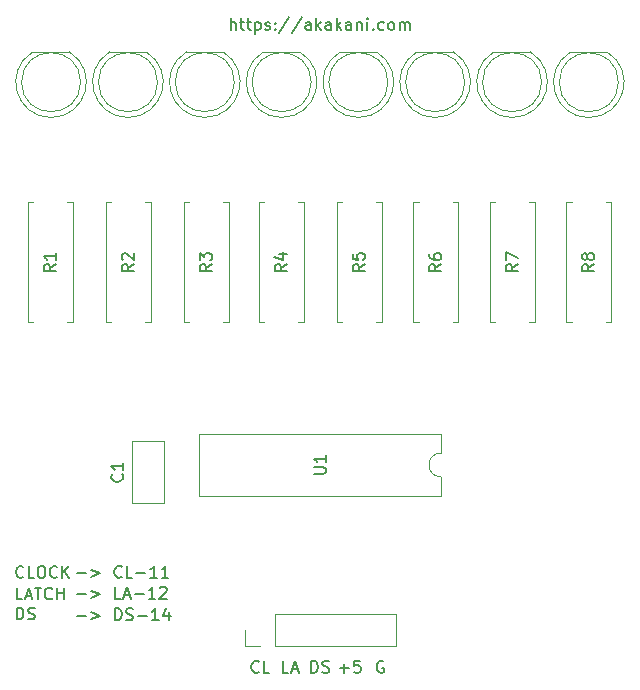
<source format=gbr>
%TF.GenerationSoftware,KiCad,Pcbnew,(6.0.4)*%
%TF.CreationDate,2022-05-01T17:36:18-07:00*%
%TF.ProjectId,Eight LEDBar,45696768-7420-44c4-9544-4261722e6b69,rev?*%
%TF.SameCoordinates,Original*%
%TF.FileFunction,Legend,Top*%
%TF.FilePolarity,Positive*%
%FSLAX46Y46*%
G04 Gerber Fmt 4.6, Leading zero omitted, Abs format (unit mm)*
G04 Created by KiCad (PCBNEW (6.0.4)) date 2022-05-01 17:36:18*
%MOMM*%
%LPD*%
G01*
G04 APERTURE LIST*
%ADD10C,0.153000*%
%ADD11C,0.150000*%
%ADD12C,0.120000*%
G04 APERTURE END LIST*
D10*
X135121904Y-120467380D02*
X135121904Y-119467380D01*
X135360000Y-119467380D01*
X135502857Y-119515000D01*
X135598095Y-119610238D01*
X135645714Y-119705476D01*
X135693333Y-119895952D01*
X135693333Y-120038809D01*
X135645714Y-120229285D01*
X135598095Y-120324523D01*
X135502857Y-120419761D01*
X135360000Y-120467380D01*
X135121904Y-120467380D01*
X136074285Y-120419761D02*
X136217142Y-120467380D01*
X136455238Y-120467380D01*
X136550476Y-120419761D01*
X136598095Y-120372142D01*
X136645714Y-120276904D01*
X136645714Y-120181666D01*
X136598095Y-120086428D01*
X136550476Y-120038809D01*
X136455238Y-119991190D01*
X136264761Y-119943571D01*
X136169523Y-119895952D01*
X136121904Y-119848333D01*
X136074285Y-119753095D01*
X136074285Y-119657857D01*
X136121904Y-119562619D01*
X136169523Y-119515000D01*
X136264761Y-119467380D01*
X136502857Y-119467380D01*
X136645714Y-119515000D01*
D11*
X128318571Y-66042380D02*
X128318571Y-65042380D01*
X128747142Y-66042380D02*
X128747142Y-65518571D01*
X128699523Y-65423333D01*
X128604285Y-65375714D01*
X128461428Y-65375714D01*
X128366190Y-65423333D01*
X128318571Y-65470952D01*
X129080476Y-65375714D02*
X129461428Y-65375714D01*
X129223333Y-65042380D02*
X129223333Y-65899523D01*
X129270952Y-65994761D01*
X129366190Y-66042380D01*
X129461428Y-66042380D01*
X129651904Y-65375714D02*
X130032857Y-65375714D01*
X129794761Y-65042380D02*
X129794761Y-65899523D01*
X129842380Y-65994761D01*
X129937619Y-66042380D01*
X130032857Y-66042380D01*
X130366190Y-65375714D02*
X130366190Y-66375714D01*
X130366190Y-65423333D02*
X130461428Y-65375714D01*
X130651904Y-65375714D01*
X130747142Y-65423333D01*
X130794761Y-65470952D01*
X130842380Y-65566190D01*
X130842380Y-65851904D01*
X130794761Y-65947142D01*
X130747142Y-65994761D01*
X130651904Y-66042380D01*
X130461428Y-66042380D01*
X130366190Y-65994761D01*
X131223333Y-65994761D02*
X131318571Y-66042380D01*
X131509047Y-66042380D01*
X131604285Y-65994761D01*
X131651904Y-65899523D01*
X131651904Y-65851904D01*
X131604285Y-65756666D01*
X131509047Y-65709047D01*
X131366190Y-65709047D01*
X131270952Y-65661428D01*
X131223333Y-65566190D01*
X131223333Y-65518571D01*
X131270952Y-65423333D01*
X131366190Y-65375714D01*
X131509047Y-65375714D01*
X131604285Y-65423333D01*
X132080476Y-65947142D02*
X132128095Y-65994761D01*
X132080476Y-66042380D01*
X132032857Y-65994761D01*
X132080476Y-65947142D01*
X132080476Y-66042380D01*
X132080476Y-65423333D02*
X132128095Y-65470952D01*
X132080476Y-65518571D01*
X132032857Y-65470952D01*
X132080476Y-65423333D01*
X132080476Y-65518571D01*
X133270952Y-64994761D02*
X132413809Y-66280476D01*
X134318571Y-64994761D02*
X133461428Y-66280476D01*
X135080476Y-66042380D02*
X135080476Y-65518571D01*
X135032857Y-65423333D01*
X134937619Y-65375714D01*
X134747142Y-65375714D01*
X134651904Y-65423333D01*
X135080476Y-65994761D02*
X134985238Y-66042380D01*
X134747142Y-66042380D01*
X134651904Y-65994761D01*
X134604285Y-65899523D01*
X134604285Y-65804285D01*
X134651904Y-65709047D01*
X134747142Y-65661428D01*
X134985238Y-65661428D01*
X135080476Y-65613809D01*
X135556666Y-66042380D02*
X135556666Y-65042380D01*
X135651904Y-65661428D02*
X135937619Y-66042380D01*
X135937619Y-65375714D02*
X135556666Y-65756666D01*
X136794761Y-66042380D02*
X136794761Y-65518571D01*
X136747142Y-65423333D01*
X136651904Y-65375714D01*
X136461428Y-65375714D01*
X136366190Y-65423333D01*
X136794761Y-65994761D02*
X136699523Y-66042380D01*
X136461428Y-66042380D01*
X136366190Y-65994761D01*
X136318571Y-65899523D01*
X136318571Y-65804285D01*
X136366190Y-65709047D01*
X136461428Y-65661428D01*
X136699523Y-65661428D01*
X136794761Y-65613809D01*
X137270952Y-66042380D02*
X137270952Y-65042380D01*
X137366190Y-65661428D02*
X137651904Y-66042380D01*
X137651904Y-65375714D02*
X137270952Y-65756666D01*
X138509047Y-66042380D02*
X138509047Y-65518571D01*
X138461428Y-65423333D01*
X138366190Y-65375714D01*
X138175714Y-65375714D01*
X138080476Y-65423333D01*
X138509047Y-65994761D02*
X138413809Y-66042380D01*
X138175714Y-66042380D01*
X138080476Y-65994761D01*
X138032857Y-65899523D01*
X138032857Y-65804285D01*
X138080476Y-65709047D01*
X138175714Y-65661428D01*
X138413809Y-65661428D01*
X138509047Y-65613809D01*
X138985238Y-65375714D02*
X138985238Y-66042380D01*
X138985238Y-65470952D02*
X139032857Y-65423333D01*
X139128095Y-65375714D01*
X139270952Y-65375714D01*
X139366190Y-65423333D01*
X139413809Y-65518571D01*
X139413809Y-66042380D01*
X139890000Y-66042380D02*
X139890000Y-65375714D01*
X139890000Y-65042380D02*
X139842380Y-65090000D01*
X139890000Y-65137619D01*
X139937619Y-65090000D01*
X139890000Y-65042380D01*
X139890000Y-65137619D01*
X140366190Y-65947142D02*
X140413809Y-65994761D01*
X140366190Y-66042380D01*
X140318571Y-65994761D01*
X140366190Y-65947142D01*
X140366190Y-66042380D01*
X141270952Y-65994761D02*
X141175714Y-66042380D01*
X140985238Y-66042380D01*
X140890000Y-65994761D01*
X140842380Y-65947142D01*
X140794761Y-65851904D01*
X140794761Y-65566190D01*
X140842380Y-65470952D01*
X140890000Y-65423333D01*
X140985238Y-65375714D01*
X141175714Y-65375714D01*
X141270952Y-65423333D01*
X141842380Y-66042380D02*
X141747142Y-65994761D01*
X141699523Y-65947142D01*
X141651904Y-65851904D01*
X141651904Y-65566190D01*
X141699523Y-65470952D01*
X141747142Y-65423333D01*
X141842380Y-65375714D01*
X141985238Y-65375714D01*
X142080476Y-65423333D01*
X142128095Y-65470952D01*
X142175714Y-65566190D01*
X142175714Y-65851904D01*
X142128095Y-65947142D01*
X142080476Y-65994761D01*
X141985238Y-66042380D01*
X141842380Y-66042380D01*
X142604285Y-66042380D02*
X142604285Y-65375714D01*
X142604285Y-65470952D02*
X142651904Y-65423333D01*
X142747142Y-65375714D01*
X142890000Y-65375714D01*
X142985238Y-65423333D01*
X143032857Y-65518571D01*
X143032857Y-66042380D01*
X143032857Y-65518571D02*
X143080476Y-65423333D01*
X143175714Y-65375714D01*
X143318571Y-65375714D01*
X143413809Y-65423333D01*
X143461428Y-65518571D01*
X143461428Y-66042380D01*
X110190595Y-115962380D02*
X110190595Y-114962380D01*
X110428690Y-114962380D01*
X110571547Y-115010000D01*
X110666785Y-115105238D01*
X110714404Y-115200476D01*
X110762023Y-115390952D01*
X110762023Y-115533809D01*
X110714404Y-115724285D01*
X110666785Y-115819523D01*
X110571547Y-115914761D01*
X110428690Y-115962380D01*
X110190595Y-115962380D01*
X111142976Y-115914761D02*
X111285833Y-115962380D01*
X111523928Y-115962380D01*
X111619166Y-115914761D01*
X111666785Y-115867142D01*
X111714404Y-115771904D01*
X111714404Y-115676666D01*
X111666785Y-115581428D01*
X111619166Y-115533809D01*
X111523928Y-115486190D01*
X111333452Y-115438571D01*
X111238214Y-115390952D01*
X111190595Y-115343333D01*
X111142976Y-115248095D01*
X111142976Y-115152857D01*
X111190595Y-115057619D01*
X111238214Y-115010000D01*
X111333452Y-114962380D01*
X111571547Y-114962380D01*
X111714404Y-115010000D01*
X115270595Y-113821428D02*
X116032500Y-113821428D01*
X116508690Y-113535714D02*
X117270595Y-113821428D01*
X116508690Y-114107142D01*
X118984880Y-114202380D02*
X118508690Y-114202380D01*
X118508690Y-113202380D01*
X119270595Y-113916666D02*
X119746785Y-113916666D01*
X119175357Y-114202380D02*
X119508690Y-113202380D01*
X119842023Y-114202380D01*
X120175357Y-113821428D02*
X120937261Y-113821428D01*
X121937261Y-114202380D02*
X121365833Y-114202380D01*
X121651547Y-114202380D02*
X121651547Y-113202380D01*
X121556309Y-113345238D01*
X121461071Y-113440476D01*
X121365833Y-113488095D01*
X122318214Y-113297619D02*
X122365833Y-113250000D01*
X122461071Y-113202380D01*
X122699166Y-113202380D01*
X122794404Y-113250000D01*
X122842023Y-113297619D01*
X122889642Y-113392857D01*
X122889642Y-113488095D01*
X122842023Y-113630952D01*
X122270595Y-114202380D01*
X122889642Y-114202380D01*
X130684761Y-120372142D02*
X130637142Y-120419761D01*
X130494285Y-120467380D01*
X130399047Y-120467380D01*
X130256190Y-120419761D01*
X130160952Y-120324523D01*
X130113333Y-120229285D01*
X130065714Y-120038809D01*
X130065714Y-119895952D01*
X130113333Y-119705476D01*
X130160952Y-119610238D01*
X130256190Y-119515000D01*
X130399047Y-119467380D01*
X130494285Y-119467380D01*
X130637142Y-119515000D01*
X130684761Y-119562619D01*
X131589523Y-120467380D02*
X131113333Y-120467380D01*
X131113333Y-119467380D01*
X115270595Y-112041428D02*
X116032500Y-112041428D01*
X116508690Y-111755714D02*
X117270595Y-112041428D01*
X116508690Y-112327142D01*
X119080119Y-112327142D02*
X119032500Y-112374761D01*
X118889642Y-112422380D01*
X118794404Y-112422380D01*
X118651547Y-112374761D01*
X118556309Y-112279523D01*
X118508690Y-112184285D01*
X118461071Y-111993809D01*
X118461071Y-111850952D01*
X118508690Y-111660476D01*
X118556309Y-111565238D01*
X118651547Y-111470000D01*
X118794404Y-111422380D01*
X118889642Y-111422380D01*
X119032500Y-111470000D01*
X119080119Y-111517619D01*
X119984880Y-112422380D02*
X119508690Y-112422380D01*
X119508690Y-111422380D01*
X120318214Y-112041428D02*
X121080119Y-112041428D01*
X122080119Y-112422380D02*
X121508690Y-112422380D01*
X121794404Y-112422380D02*
X121794404Y-111422380D01*
X121699166Y-111565238D01*
X121603928Y-111660476D01*
X121508690Y-111708095D01*
X123032500Y-112422380D02*
X122461071Y-112422380D01*
X122746785Y-112422380D02*
X122746785Y-111422380D01*
X122651547Y-111565238D01*
X122556309Y-111660476D01*
X122461071Y-111708095D01*
X133200952Y-120467380D02*
X132724761Y-120467380D01*
X132724761Y-119467380D01*
X133486666Y-120181666D02*
X133962857Y-120181666D01*
X133391428Y-120467380D02*
X133724761Y-119467380D01*
X134058095Y-120467380D01*
X115270595Y-115641428D02*
X116032500Y-115641428D01*
X116508690Y-115355714D02*
X117270595Y-115641428D01*
X116508690Y-115927142D01*
X118508690Y-116022380D02*
X118508690Y-115022380D01*
X118746785Y-115022380D01*
X118889642Y-115070000D01*
X118984880Y-115165238D01*
X119032500Y-115260476D01*
X119080119Y-115450952D01*
X119080119Y-115593809D01*
X119032500Y-115784285D01*
X118984880Y-115879523D01*
X118889642Y-115974761D01*
X118746785Y-116022380D01*
X118508690Y-116022380D01*
X119461071Y-115974761D02*
X119603928Y-116022380D01*
X119842023Y-116022380D01*
X119937261Y-115974761D01*
X119984880Y-115927142D01*
X120032500Y-115831904D01*
X120032500Y-115736666D01*
X119984880Y-115641428D01*
X119937261Y-115593809D01*
X119842023Y-115546190D01*
X119651547Y-115498571D01*
X119556309Y-115450952D01*
X119508690Y-115403333D01*
X119461071Y-115308095D01*
X119461071Y-115212857D01*
X119508690Y-115117619D01*
X119556309Y-115070000D01*
X119651547Y-115022380D01*
X119889642Y-115022380D01*
X120032500Y-115070000D01*
X120461071Y-115641428D02*
X121222976Y-115641428D01*
X122222976Y-116022380D02*
X121651547Y-116022380D01*
X121937261Y-116022380D02*
X121937261Y-115022380D01*
X121842023Y-115165238D01*
X121746785Y-115260476D01*
X121651547Y-115308095D01*
X123080119Y-115355714D02*
X123080119Y-116022380D01*
X122842023Y-114974761D02*
X122603928Y-115689047D01*
X123222976Y-115689047D01*
X110666785Y-114262380D02*
X110190595Y-114262380D01*
X110190595Y-113262380D01*
X110952500Y-113976666D02*
X111428690Y-113976666D01*
X110857261Y-114262380D02*
X111190595Y-113262380D01*
X111523928Y-114262380D01*
X111714404Y-113262380D02*
X112285833Y-113262380D01*
X112000119Y-114262380D02*
X112000119Y-113262380D01*
X113190595Y-114167142D02*
X113142976Y-114214761D01*
X113000119Y-114262380D01*
X112904880Y-114262380D01*
X112762023Y-114214761D01*
X112666785Y-114119523D01*
X112619166Y-114024285D01*
X112571547Y-113833809D01*
X112571547Y-113690952D01*
X112619166Y-113500476D01*
X112666785Y-113405238D01*
X112762023Y-113310000D01*
X112904880Y-113262380D01*
X113000119Y-113262380D01*
X113142976Y-113310000D01*
X113190595Y-113357619D01*
X113619166Y-114262380D02*
X113619166Y-113262380D01*
X113619166Y-113738571D02*
X114190595Y-113738571D01*
X114190595Y-114262380D02*
X114190595Y-113262380D01*
X141231904Y-119515000D02*
X141136666Y-119467380D01*
X140993809Y-119467380D01*
X140850952Y-119515000D01*
X140755714Y-119610238D01*
X140708095Y-119705476D01*
X140660476Y-119895952D01*
X140660476Y-120038809D01*
X140708095Y-120229285D01*
X140755714Y-120324523D01*
X140850952Y-120419761D01*
X140993809Y-120467380D01*
X141089047Y-120467380D01*
X141231904Y-120419761D01*
X141279523Y-120372142D01*
X141279523Y-120038809D01*
X141089047Y-120038809D01*
X110762023Y-112347142D02*
X110714404Y-112394761D01*
X110571547Y-112442380D01*
X110476309Y-112442380D01*
X110333452Y-112394761D01*
X110238214Y-112299523D01*
X110190595Y-112204285D01*
X110142976Y-112013809D01*
X110142976Y-111870952D01*
X110190595Y-111680476D01*
X110238214Y-111585238D01*
X110333452Y-111490000D01*
X110476309Y-111442380D01*
X110571547Y-111442380D01*
X110714404Y-111490000D01*
X110762023Y-111537619D01*
X111666785Y-112442380D02*
X111190595Y-112442380D01*
X111190595Y-111442380D01*
X112190595Y-111442380D02*
X112381071Y-111442380D01*
X112476309Y-111490000D01*
X112571547Y-111585238D01*
X112619166Y-111775714D01*
X112619166Y-112109047D01*
X112571547Y-112299523D01*
X112476309Y-112394761D01*
X112381071Y-112442380D01*
X112190595Y-112442380D01*
X112095357Y-112394761D01*
X112000119Y-112299523D01*
X111952500Y-112109047D01*
X111952500Y-111775714D01*
X112000119Y-111585238D01*
X112095357Y-111490000D01*
X112190595Y-111442380D01*
X113619166Y-112347142D02*
X113571547Y-112394761D01*
X113428690Y-112442380D01*
X113333452Y-112442380D01*
X113190595Y-112394761D01*
X113095357Y-112299523D01*
X113047738Y-112204285D01*
X113000119Y-112013809D01*
X113000119Y-111870952D01*
X113047738Y-111680476D01*
X113095357Y-111585238D01*
X113190595Y-111490000D01*
X113333452Y-111442380D01*
X113428690Y-111442380D01*
X113571547Y-111490000D01*
X113619166Y-111537619D01*
X114047738Y-112442380D02*
X114047738Y-111442380D01*
X114619166Y-112442380D02*
X114190595Y-111870952D01*
X114619166Y-111442380D02*
X114047738Y-112013809D01*
X137542857Y-120086428D02*
X138304761Y-120086428D01*
X137923809Y-120467380D02*
X137923809Y-119705476D01*
X139257142Y-119467380D02*
X138780952Y-119467380D01*
X138733333Y-119943571D01*
X138780952Y-119895952D01*
X138876190Y-119848333D01*
X139114285Y-119848333D01*
X139209523Y-119895952D01*
X139257142Y-119943571D01*
X139304761Y-120038809D01*
X139304761Y-120276904D01*
X139257142Y-120372142D01*
X139209523Y-120419761D01*
X139114285Y-120467380D01*
X138876190Y-120467380D01*
X138780952Y-120419761D01*
X138733333Y-120372142D01*
%TO.C,C1*%
X119102142Y-103671666D02*
X119149761Y-103719285D01*
X119197380Y-103862142D01*
X119197380Y-103957380D01*
X119149761Y-104100238D01*
X119054523Y-104195476D01*
X118959285Y-104243095D01*
X118768809Y-104290714D01*
X118625952Y-104290714D01*
X118435476Y-104243095D01*
X118340238Y-104195476D01*
X118245000Y-104100238D01*
X118197380Y-103957380D01*
X118197380Y-103862142D01*
X118245000Y-103719285D01*
X118292619Y-103671666D01*
X119197380Y-102719285D02*
X119197380Y-103290714D01*
X119197380Y-103005000D02*
X118197380Y-103005000D01*
X118340238Y-103100238D01*
X118435476Y-103195476D01*
X118483095Y-103290714D01*
%TO.C,R6*%
X146121380Y-85891666D02*
X145645190Y-86225000D01*
X146121380Y-86463095D02*
X145121380Y-86463095D01*
X145121380Y-86082142D01*
X145169000Y-85986904D01*
X145216619Y-85939285D01*
X145311857Y-85891666D01*
X145454714Y-85891666D01*
X145549952Y-85939285D01*
X145597571Y-85986904D01*
X145645190Y-86082142D01*
X145645190Y-86463095D01*
X145121380Y-85034523D02*
X145121380Y-85225000D01*
X145169000Y-85320238D01*
X145216619Y-85367857D01*
X145359476Y-85463095D01*
X145549952Y-85510714D01*
X145930904Y-85510714D01*
X146026142Y-85463095D01*
X146073761Y-85415476D01*
X146121380Y-85320238D01*
X146121380Y-85129761D01*
X146073761Y-85034523D01*
X146026142Y-84986904D01*
X145930904Y-84939285D01*
X145692809Y-84939285D01*
X145597571Y-84986904D01*
X145549952Y-85034523D01*
X145502333Y-85129761D01*
X145502333Y-85320238D01*
X145549952Y-85415476D01*
X145597571Y-85463095D01*
X145692809Y-85510714D01*
%TO.C,R5*%
X139644380Y-85891666D02*
X139168190Y-86225000D01*
X139644380Y-86463095D02*
X138644380Y-86463095D01*
X138644380Y-86082142D01*
X138692000Y-85986904D01*
X138739619Y-85939285D01*
X138834857Y-85891666D01*
X138977714Y-85891666D01*
X139072952Y-85939285D01*
X139120571Y-85986904D01*
X139168190Y-86082142D01*
X139168190Y-86463095D01*
X138644380Y-84986904D02*
X138644380Y-85463095D01*
X139120571Y-85510714D01*
X139072952Y-85463095D01*
X139025333Y-85367857D01*
X139025333Y-85129761D01*
X139072952Y-85034523D01*
X139120571Y-84986904D01*
X139215809Y-84939285D01*
X139453904Y-84939285D01*
X139549142Y-84986904D01*
X139596761Y-85034523D01*
X139644380Y-85129761D01*
X139644380Y-85367857D01*
X139596761Y-85463095D01*
X139549142Y-85510714D01*
%TO.C,R3*%
X126690380Y-85891666D02*
X126214190Y-86225000D01*
X126690380Y-86463095D02*
X125690380Y-86463095D01*
X125690380Y-86082142D01*
X125738000Y-85986904D01*
X125785619Y-85939285D01*
X125880857Y-85891666D01*
X126023714Y-85891666D01*
X126118952Y-85939285D01*
X126166571Y-85986904D01*
X126214190Y-86082142D01*
X126214190Y-86463095D01*
X125690380Y-85558333D02*
X125690380Y-84939285D01*
X126071333Y-85272619D01*
X126071333Y-85129761D01*
X126118952Y-85034523D01*
X126166571Y-84986904D01*
X126261809Y-84939285D01*
X126499904Y-84939285D01*
X126595142Y-84986904D01*
X126642761Y-85034523D01*
X126690380Y-85129761D01*
X126690380Y-85415476D01*
X126642761Y-85510714D01*
X126595142Y-85558333D01*
%TO.C,R1*%
X113482380Y-85891666D02*
X113006190Y-86225000D01*
X113482380Y-86463095D02*
X112482380Y-86463095D01*
X112482380Y-86082142D01*
X112530000Y-85986904D01*
X112577619Y-85939285D01*
X112672857Y-85891666D01*
X112815714Y-85891666D01*
X112910952Y-85939285D01*
X112958571Y-85986904D01*
X113006190Y-86082142D01*
X113006190Y-86463095D01*
X113482380Y-84939285D02*
X113482380Y-85510714D01*
X113482380Y-85225000D02*
X112482380Y-85225000D01*
X112625238Y-85320238D01*
X112720476Y-85415476D01*
X112768095Y-85510714D01*
%TO.C,R7*%
X152598380Y-85891666D02*
X152122190Y-86225000D01*
X152598380Y-86463095D02*
X151598380Y-86463095D01*
X151598380Y-86082142D01*
X151646000Y-85986904D01*
X151693619Y-85939285D01*
X151788857Y-85891666D01*
X151931714Y-85891666D01*
X152026952Y-85939285D01*
X152074571Y-85986904D01*
X152122190Y-86082142D01*
X152122190Y-86463095D01*
X151598380Y-85558333D02*
X151598380Y-84891666D01*
X152598380Y-85320238D01*
%TO.C,U1*%
X135342380Y-103641904D02*
X136151904Y-103641904D01*
X136247142Y-103594285D01*
X136294761Y-103546666D01*
X136342380Y-103451428D01*
X136342380Y-103260952D01*
X136294761Y-103165714D01*
X136247142Y-103118095D01*
X136151904Y-103070476D01*
X135342380Y-103070476D01*
X136342380Y-102070476D02*
X136342380Y-102641904D01*
X136342380Y-102356190D02*
X135342380Y-102356190D01*
X135485238Y-102451428D01*
X135580476Y-102546666D01*
X135628095Y-102641904D01*
%TO.C,R4*%
X133040380Y-85891666D02*
X132564190Y-86225000D01*
X133040380Y-86463095D02*
X132040380Y-86463095D01*
X132040380Y-86082142D01*
X132088000Y-85986904D01*
X132135619Y-85939285D01*
X132230857Y-85891666D01*
X132373714Y-85891666D01*
X132468952Y-85939285D01*
X132516571Y-85986904D01*
X132564190Y-86082142D01*
X132564190Y-86463095D01*
X132373714Y-85034523D02*
X133040380Y-85034523D01*
X131992761Y-85272619D02*
X132707047Y-85510714D01*
X132707047Y-84891666D01*
%TO.C,R8*%
X159075380Y-85891666D02*
X158599190Y-86225000D01*
X159075380Y-86463095D02*
X158075380Y-86463095D01*
X158075380Y-86082142D01*
X158123000Y-85986904D01*
X158170619Y-85939285D01*
X158265857Y-85891666D01*
X158408714Y-85891666D01*
X158503952Y-85939285D01*
X158551571Y-85986904D01*
X158599190Y-86082142D01*
X158599190Y-86463095D01*
X158503952Y-85320238D02*
X158456333Y-85415476D01*
X158408714Y-85463095D01*
X158313476Y-85510714D01*
X158265857Y-85510714D01*
X158170619Y-85463095D01*
X158123000Y-85415476D01*
X158075380Y-85320238D01*
X158075380Y-85129761D01*
X158123000Y-85034523D01*
X158170619Y-84986904D01*
X158265857Y-84939285D01*
X158313476Y-84939285D01*
X158408714Y-84986904D01*
X158456333Y-85034523D01*
X158503952Y-85129761D01*
X158503952Y-85320238D01*
X158551571Y-85415476D01*
X158599190Y-85463095D01*
X158694428Y-85510714D01*
X158884904Y-85510714D01*
X158980142Y-85463095D01*
X159027761Y-85415476D01*
X159075380Y-85320238D01*
X159075380Y-85129761D01*
X159027761Y-85034523D01*
X158980142Y-84986904D01*
X158884904Y-84939285D01*
X158694428Y-84939285D01*
X158599190Y-84986904D01*
X158551571Y-85034523D01*
X158503952Y-85129761D01*
%TO.C,R2*%
X120086380Y-85891666D02*
X119610190Y-86225000D01*
X120086380Y-86463095D02*
X119086380Y-86463095D01*
X119086380Y-86082142D01*
X119134000Y-85986904D01*
X119181619Y-85939285D01*
X119276857Y-85891666D01*
X119419714Y-85891666D01*
X119514952Y-85939285D01*
X119562571Y-85986904D01*
X119610190Y-86082142D01*
X119610190Y-86463095D01*
X119181619Y-85510714D02*
X119134000Y-85463095D01*
X119086380Y-85367857D01*
X119086380Y-85129761D01*
X119134000Y-85034523D01*
X119181619Y-84986904D01*
X119276857Y-84939285D01*
X119372095Y-84939285D01*
X119514952Y-84986904D01*
X120086380Y-85558333D01*
X120086380Y-84939285D01*
D12*
%TO.C,C1*%
X119915000Y-100885000D02*
X119915000Y-106125000D01*
X122655000Y-106125000D02*
X119915000Y-106125000D01*
X122655000Y-100885000D02*
X119915000Y-100885000D01*
X122655000Y-100885000D02*
X122655000Y-106125000D01*
%TO.C,BLUE2*%
X121155000Y-67910000D02*
X118065000Y-67910000D01*
X119609538Y-73460000D02*
G75*
G03*
X121154830Y-67910000I462J2990000D01*
G01*
X118065170Y-67910000D02*
G75*
G03*
X119610462Y-73460000I1544830J-2560000D01*
G01*
X122110000Y-70470000D02*
G75*
G03*
X122110000Y-70470000I-2500000J0D01*
G01*
%TO.C,R6*%
X143749000Y-90795000D02*
X143749000Y-80655000D01*
X147589000Y-90795000D02*
X147589000Y-80655000D01*
X143749000Y-80655000D02*
X144229000Y-80655000D01*
X147109000Y-90795000D02*
X147589000Y-90795000D01*
X144229000Y-90795000D02*
X143749000Y-90795000D01*
X147589000Y-80655000D02*
X147109000Y-80655000D01*
%TO.C,GREEN2*%
X134165000Y-67910000D02*
X131075000Y-67910000D01*
X132619538Y-73460000D02*
G75*
G03*
X134164830Y-67910000I462J2990000D01*
G01*
X131075170Y-67910000D02*
G75*
G03*
X132620462Y-73460000I1544830J-2560000D01*
G01*
X135120000Y-70470000D02*
G75*
G03*
X135120000Y-70470000I-2500000J0D01*
G01*
%TO.C,R5*%
X137272000Y-90795000D02*
X137272000Y-80655000D01*
X141112000Y-90795000D02*
X141112000Y-80655000D01*
X137272000Y-80655000D02*
X137752000Y-80655000D01*
X137752000Y-90795000D02*
X137272000Y-90795000D01*
X140632000Y-90795000D02*
X141112000Y-90795000D01*
X141112000Y-80655000D02*
X140632000Y-80655000D01*
%TO.C,R3*%
X127678000Y-90795000D02*
X128158000Y-90795000D01*
X124798000Y-90795000D02*
X124318000Y-90795000D01*
X124318000Y-80655000D02*
X124798000Y-80655000D01*
X128158000Y-80655000D02*
X127678000Y-80655000D01*
X124318000Y-90795000D02*
X124318000Y-80655000D01*
X128158000Y-90795000D02*
X128158000Y-80655000D01*
%TO.C,R1*%
X111110000Y-90795000D02*
X111110000Y-80655000D01*
X114470000Y-90795000D02*
X114950000Y-90795000D01*
X111590000Y-90795000D02*
X111110000Y-90795000D01*
X114950000Y-80655000D02*
X114470000Y-80655000D01*
X114950000Y-90795000D02*
X114950000Y-80655000D01*
X111110000Y-80655000D02*
X111590000Y-80655000D01*
%TO.C,R7*%
X150226000Y-80655000D02*
X150706000Y-80655000D01*
X154066000Y-90795000D02*
X154066000Y-80655000D01*
X154066000Y-80655000D02*
X153586000Y-80655000D01*
X153586000Y-90795000D02*
X154066000Y-90795000D01*
X150226000Y-90795000D02*
X150226000Y-80655000D01*
X150706000Y-90795000D02*
X150226000Y-90795000D01*
%TO.C,U1*%
X125655000Y-105530000D02*
X146095000Y-105530000D01*
X125655000Y-100230000D02*
X125655000Y-105530000D01*
X146095000Y-105530000D02*
X146095000Y-103880000D01*
X146095000Y-100230000D02*
X125655000Y-100230000D01*
X146095000Y-101880000D02*
X146095000Y-100230000D01*
X146095000Y-101880000D02*
G75*
G03*
X146095000Y-103880000I0J-1000000D01*
G01*
%TO.C,YELOW2*%
X147165000Y-67910000D02*
X144075000Y-67910000D01*
X144075170Y-67910000D02*
G75*
G03*
X145620462Y-73460000I1544830J-2560000D01*
G01*
X145619538Y-73460000D02*
G75*
G03*
X147164830Y-67910000I462J2990000D01*
G01*
X148120000Y-70470000D02*
G75*
G03*
X148120000Y-70470000I-2500000J0D01*
G01*
%TO.C,R4*%
X130668000Y-80655000D02*
X131148000Y-80655000D01*
X134028000Y-90795000D02*
X134508000Y-90795000D01*
X134508000Y-90795000D02*
X134508000Y-80655000D01*
X130668000Y-90795000D02*
X130668000Y-80655000D01*
X131148000Y-90795000D02*
X130668000Y-90795000D01*
X134508000Y-80655000D02*
X134028000Y-80655000D01*
%TO.C,RED2*%
X160175000Y-67920000D02*
X157085000Y-67920000D01*
X158629538Y-73470000D02*
G75*
G03*
X160174830Y-67920000I462J2990000D01*
G01*
X157085170Y-67920000D02*
G75*
G03*
X158630462Y-73470000I1544830J-2560000D01*
G01*
X161130000Y-70480000D02*
G75*
G03*
X161130000Y-70480000I-2500000J0D01*
G01*
%TO.C,GREEN1*%
X127660000Y-67905000D02*
X124570000Y-67905000D01*
X124570170Y-67905000D02*
G75*
G03*
X126115462Y-73455000I1544830J-2560000D01*
G01*
X126114538Y-73455000D02*
G75*
G03*
X127659830Y-67905000I462J2990000D01*
G01*
X128615000Y-70465000D02*
G75*
G03*
X128615000Y-70465000I-2500000J0D01*
G01*
%TO.C,R8*%
X156703000Y-80655000D02*
X157183000Y-80655000D01*
X160063000Y-90795000D02*
X160543000Y-90795000D01*
X160543000Y-90795000D02*
X160543000Y-80655000D01*
X156703000Y-90795000D02*
X156703000Y-80655000D01*
X157183000Y-90795000D02*
X156703000Y-90795000D01*
X160543000Y-80655000D02*
X160063000Y-80655000D01*
%TO.C,R2*%
X117714000Y-90795000D02*
X117714000Y-80655000D01*
X121554000Y-80655000D02*
X121074000Y-80655000D01*
X121554000Y-90795000D02*
X121554000Y-80655000D01*
X121074000Y-90795000D02*
X121554000Y-90795000D01*
X118194000Y-90795000D02*
X117714000Y-90795000D01*
X117714000Y-80655000D02*
X118194000Y-80655000D01*
%TO.C,YELOW1*%
X140665000Y-67910000D02*
X137575000Y-67910000D01*
X137575170Y-67910000D02*
G75*
G03*
X139120462Y-73460000I1544830J-2560000D01*
G01*
X139119538Y-73460000D02*
G75*
G03*
X140664830Y-67910000I462J2990000D01*
G01*
X141620000Y-70470000D02*
G75*
G03*
X141620000Y-70470000I-2500000J0D01*
G01*
%TO.C,RED1*%
X153675000Y-67910000D02*
X150585000Y-67910000D01*
X152129538Y-73460000D02*
G75*
G03*
X153674830Y-67910000I462J2990000D01*
G01*
X150585170Y-67910000D02*
G75*
G03*
X152130462Y-73460000I1544830J-2560000D01*
G01*
X154630000Y-70470000D02*
G75*
G03*
X154630000Y-70470000I-2500000J0D01*
G01*
%TO.C,J1*%
X129485000Y-118170000D02*
X129485000Y-116840000D01*
X132085000Y-115510000D02*
X142305000Y-115510000D01*
X132085000Y-118170000D02*
X132085000Y-115510000D01*
X132085000Y-118170000D02*
X142305000Y-118170000D01*
X130815000Y-118170000D02*
X129485000Y-118170000D01*
X142305000Y-118170000D02*
X142305000Y-115510000D01*
%TO.C,BLUE1*%
X114645000Y-67910000D02*
X111555000Y-67910000D01*
X111555170Y-67910000D02*
G75*
G03*
X113100462Y-73460000I1544830J-2560000D01*
G01*
X113099538Y-73460000D02*
G75*
G03*
X114644830Y-67910000I462J2990000D01*
G01*
X115600000Y-70470000D02*
G75*
G03*
X115600000Y-70470000I-2500000J0D01*
G01*
%TD*%
M02*

</source>
